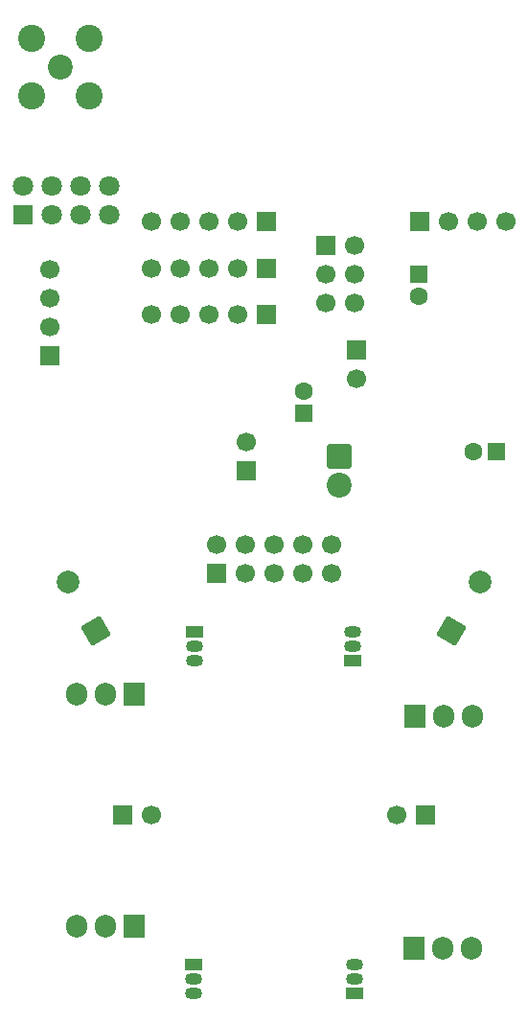
<source format=gbs>
%TF.GenerationSoftware,KiCad,Pcbnew,9.0.6*%
%TF.CreationDate,2026-02-04T03:15:49+01:00*%
%TF.ProjectId,car,6361722e-6b69-4636-9164-5f7063625858,rev?*%
%TF.SameCoordinates,Original*%
%TF.FileFunction,Soldermask,Bot*%
%TF.FilePolarity,Negative*%
%FSLAX46Y46*%
G04 Gerber Fmt 4.6, Leading zero omitted, Abs format (unit mm)*
G04 Created by KiCad (PCBNEW 9.0.6) date 2026-02-04 03:15:49*
%MOMM*%
%LPD*%
G01*
G04 APERTURE LIST*
G04 Aperture macros list*
%AMRoundRect*
0 Rectangle with rounded corners*
0 $1 Rounding radius*
0 $2 $3 $4 $5 $6 $7 $8 $9 X,Y pos of 4 corners*
0 Add a 4 corners polygon primitive as box body*
4,1,4,$2,$3,$4,$5,$6,$7,$8,$9,$2,$3,0*
0 Add four circle primitives for the rounded corners*
1,1,$1+$1,$2,$3*
1,1,$1+$1,$4,$5*
1,1,$1+$1,$6,$7*
1,1,$1+$1,$8,$9*
0 Add four rect primitives between the rounded corners*
20,1,$1+$1,$2,$3,$4,$5,0*
20,1,$1+$1,$4,$5,$6,$7,0*
20,1,$1+$1,$6,$7,$8,$9,0*
20,1,$1+$1,$8,$9,$2,$3,0*%
G04 Aperture macros list end*
%ADD10R,1.700000X1.700000*%
%ADD11C,1.700000*%
%ADD12RoundRect,0.250000X-0.550000X0.550000X-0.550000X-0.550000X0.550000X-0.550000X0.550000X0.550000X0*%
%ADD13C,1.600000*%
%ADD14R,1.500000X1.050000*%
%ADD15O,1.500000X1.050000*%
%ADD16RoundRect,0.249999X-0.850001X0.850001X-0.850001X-0.850001X0.850001X-0.850001X0.850001X0.850001X0*%
%ADD17C,2.200000*%
%ADD18C,2.400000*%
%ADD19R,1.905000X2.000000*%
%ADD20O,1.905000X2.000000*%
%ADD21RoundRect,0.250000X0.550000X-0.550000X0.550000X0.550000X-0.550000X0.550000X-0.550000X-0.550000X0*%
%ADD22RoundRect,0.250000X1.024519X-0.274519X0.274519X1.024519X-1.024519X0.274519X-0.274519X-1.024519X0*%
%ADD23C,2.000000*%
%ADD24RoundRect,0.250000X0.550000X0.550000X-0.550000X0.550000X-0.550000X-0.550000X0.550000X-0.550000X0*%
%ADD25R,1.800000X1.800000*%
%ADD26C,1.800000*%
%ADD27RoundRect,0.250000X0.274519X-1.024519X1.024519X0.274519X-0.274519X1.024519X-1.024519X-0.274519X0*%
G04 APERTURE END LIST*
D10*
%TO.C,J8*%
X162755970Y-75004843D03*
D11*
X165295970Y-75004843D03*
X167835970Y-75004843D03*
X170375970Y-75004843D03*
%TD*%
D12*
%TO.C,C19*%
X162635970Y-79624843D03*
D13*
X162635970Y-81624843D03*
%TD*%
D10*
%TO.C,J10*%
X154395970Y-77104843D03*
D11*
X156935970Y-77104843D03*
X154395970Y-79644843D03*
X156935970Y-79644843D03*
X154395970Y-82184843D03*
X156935970Y-82184843D03*
%TD*%
D14*
%TO.C,Q12*%
X156935970Y-143174970D03*
D15*
X156935970Y-141904970D03*
X156935970Y-140634970D03*
%TD*%
D16*
%TO.C,D12*%
X155635970Y-95772661D03*
D17*
X155635970Y-98312661D03*
%TD*%
D14*
%TO.C,Q11*%
X156835970Y-113784970D03*
D15*
X156835970Y-112514970D03*
X156835970Y-111244970D03*
%TD*%
D10*
%TO.C,M2*%
X163235970Y-127434970D03*
D11*
X160695970Y-127434970D03*
%TD*%
D17*
%TO.C,J6*%
X130989920Y-61327843D03*
D18*
X133529920Y-63867843D03*
X133529920Y-58787843D03*
X128449920Y-58787843D03*
X128449920Y-63867843D03*
%TD*%
D19*
%TO.C,Q7*%
X162255970Y-118634970D03*
D20*
X164795970Y-118634970D03*
X167335970Y-118634970D03*
%TD*%
D19*
%TO.C,Q9*%
X162195970Y-139134970D03*
D20*
X164735970Y-139134970D03*
X167275970Y-139134970D03*
%TD*%
D21*
%TO.C,C43*%
X152435970Y-91959956D03*
D13*
X152435970Y-89959956D03*
%TD*%
D22*
%TO.C,C13*%
X134135970Y-111134970D03*
D23*
X131635970Y-106804843D03*
%TD*%
D10*
%TO.C,M1*%
X136460970Y-127434970D03*
D11*
X139000970Y-127434970D03*
%TD*%
D10*
%TO.C,J5*%
X147435970Y-97004843D03*
D11*
X147435970Y-94464843D03*
%TD*%
D24*
%TO.C,C41*%
X169491082Y-95324843D03*
D13*
X167491082Y-95324843D03*
%TD*%
D10*
%TO.C,J4*%
X149195970Y-83204843D03*
D11*
X146655970Y-83204843D03*
X144115970Y-83204843D03*
X141575970Y-83204843D03*
X139035970Y-83204843D03*
%TD*%
D10*
%TO.C,J1*%
X130048470Y-86814843D03*
D11*
X130048470Y-84274843D03*
X130048470Y-81734843D03*
X130048470Y-79194843D03*
%TD*%
D10*
%TO.C,J9*%
X144775970Y-106034970D03*
D11*
X144775970Y-103494970D03*
X147315970Y-106034970D03*
X147315970Y-103494970D03*
X149855970Y-106034970D03*
X149855970Y-103494970D03*
X152395970Y-106034970D03*
X152395970Y-103494970D03*
X154935970Y-106034970D03*
X154935970Y-103494970D03*
%TD*%
D25*
%TO.C,J7*%
X127649920Y-74367843D03*
D26*
X130189920Y-74367843D03*
X132729920Y-74367843D03*
X135269920Y-74367843D03*
X135269920Y-71827843D03*
X132729920Y-71827843D03*
X130189920Y-71827843D03*
X127649920Y-71827843D03*
%TD*%
D19*
%TO.C,Q3*%
X137475970Y-137234970D03*
D20*
X134935970Y-137234970D03*
X132395970Y-137234970D03*
%TD*%
D10*
%TO.C,BT1*%
X157135970Y-86329843D03*
D11*
X157135970Y-88869843D03*
%TD*%
D27*
%TO.C,C15*%
X165535970Y-111134970D03*
D23*
X168035970Y-106804843D03*
%TD*%
D19*
%TO.C,Q1*%
X137475970Y-116734970D03*
D20*
X134935970Y-116734970D03*
X132395970Y-116734970D03*
%TD*%
D14*
%TO.C,Q6*%
X142735970Y-140634970D03*
D15*
X142735970Y-141904970D03*
X142735970Y-143174970D03*
%TD*%
D10*
%TO.C,J3*%
X149195970Y-79104843D03*
D11*
X146655970Y-79104843D03*
X144115970Y-79104843D03*
X141575970Y-79104843D03*
X139035970Y-79104843D03*
%TD*%
D10*
%TO.C,J2*%
X149195970Y-75024843D03*
D11*
X146655970Y-75024843D03*
X144115970Y-75024843D03*
X141575970Y-75024843D03*
X139035970Y-75024843D03*
%TD*%
D14*
%TO.C,Q5*%
X142835970Y-111234970D03*
D15*
X142835970Y-112504970D03*
X142835970Y-113774970D03*
%TD*%
M02*

</source>
